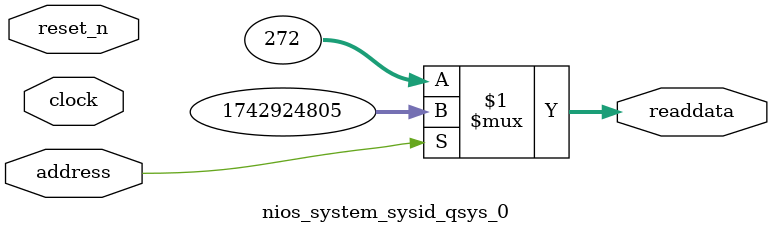
<source format=v>



// synthesis translate_off
`timescale 1ns / 1ps
// synthesis translate_on

// turn off superfluous verilog processor warnings 
// altera message_level Level1 
// altera message_off 10034 10035 10036 10037 10230 10240 10030 

module nios_system_sysid_qsys_0 (
               // inputs:
                address,
                clock,
                reset_n,

               // outputs:
                readdata
             )
;

  output  [ 31: 0] readdata;
  input            address;
  input            clock;
  input            reset_n;

  wire    [ 31: 0] readdata;
  //control_slave, which is an e_avalon_slave
  assign readdata = address ? 1742924805 : 272;

endmodule



</source>
